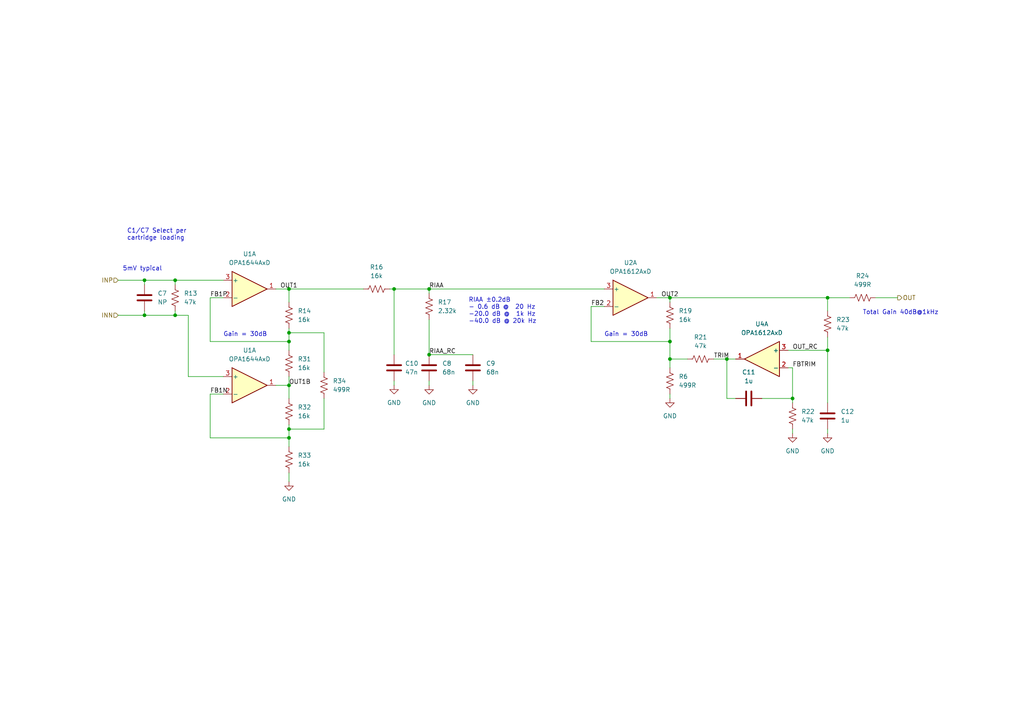
<source format=kicad_sch>
(kicad_sch (version 20211123) (generator eeschema)
  (paper "A4")
  (lib_symbols
    (symbol "Amplifier_Operational:OPA1612AxD" (pin_names (offset 0.127))
      (property "Reference" "U" (at 0 5.08 0))
      (property "Value" "OPA1612AxD" (at 0 -5.08 0))
      (symbol "OPA1612AxD_1_1"
        (polyline (pts (xy -5.08 5.08) (xy 5.08 0) (xy -5.08 -5.08) (xy -5.08 5.08)) (stroke (width 0.254)) (fill (type background)))
        (pin output line (at 7.62 0 180) (length 2.54) (name "~") (number "1"))
        (pin input line (at -7.62 -2.54 0) (length 2.54) (name "-") (number "2"))
        (pin input line (at -7.62 2.54 0) (length 2.54) (name "+") (number "3"))
      )
      (symbol "OPA1612AxD_2_1"
        (polyline (pts (xy -5.08 5.08) (xy 5.08 0) (xy -5.08 -5.08) (xy -5.08 5.08)) (stroke (width 0.254)) (fill (type background)))
        (pin input line (at -7.62 2.54 0) (length 2.54) (name "+") (number "5"))
        (pin input line (at -7.62 -2.54 0) (length 2.54) (name "-") (number "6"))
        (pin output line (at 7.62 0 180) (length 2.54) (name "~") (number "7"))
      )
      (symbol "OPA1612AxD_3_1"
        (pin power_in line (at -2.54 -7.62 90) (length 3.81) (name "V-") (number "4"))
        (pin power_in line (at -2.54 7.62 270) (length 3.81) (name "V+") (number "8"))
      )
    )
    (symbol "Device:C" (pin_numbers hide) (pin_names (offset 0.254))
      (property "Reference" "C" (at 0.635 2.54 0))
      (property "Value" "C" (at 0.635 -2.54 0))
      (symbol "C_0_1"
        (polyline (pts (xy -2.032 -0.762) (xy 2.032 -0.762)) (stroke (width 0.508)))
        (polyline (pts (xy -2.032 0.762) (xy 2.032 0.762)) (stroke (width 0.508)))
      )
      (symbol "C_1_1"
        (pin passive line (at 0 3.81 270) (length 2.794) (name "~") (number "1"))
        (pin passive line (at 0 -3.81 90) (length 2.794) (name "~") (number "2"))
      )
    )
    (symbol "Device:R_US" (pin_numbers hide) (pin_names (offset 0))
      (property "Reference" "R" (at 2.54 0 90))
      (property "Value" "R_US" (at -2.54 0 90))
      (symbol "R_US_0_1"
        (polyline (pts (xy 0 -2.286) (xy 0 -2.54)))
        (polyline (pts (xy 0 2.286) (xy 0 2.54)))
        (polyline (pts (xy 0 -0.762) (xy 1.016 -1.143) (xy 0 -1.524) (xy -1.016 -1.905) (xy 0 -2.286)))
        (polyline (pts (xy 0 0.762) (xy 1.016 0.381) (xy 0 0) (xy -1.016 -0.381) (xy 0 -0.762)))
        (polyline (pts (xy 0 2.286) (xy 1.016 1.905) (xy 0 1.524) (xy -1.016 1.143) (xy 0 0.762)))
      )
      (symbol "R_US_1_1"
        (pin passive line (at 0 3.81 270) (length 1.27) (name "~") (number "1"))
        (pin passive line (at 0 -3.81 90) (length 1.27) (name "~") (number "2"))
      )
    )
    (symbol "OPA_PHONO:OPA1644AxD" (pin_names (offset 0.127))
      (property "Reference" "U" (at 0 5.08 0))
      (property "Value" "OPA1644AxD" (at 0 -5.08 0))
      (symbol "OPA1644AxD_1_1"
        (polyline (pts (xy -5.08 5.08) (xy 5.08 0) (xy -5.08 -5.08) (xy -5.08 5.08)) (stroke (width 0.254)) (fill (type background)))
        (pin output line (at 7.62 0 180) (length 2.54) (name "~") (number "1"))
        (pin input line (at -7.62 -2.54 0) (length 2.54) (name "-") (number "2"))
        (pin input line (at -7.62 2.54 0) (length 2.54) (name "+") (number "3"))
      )
      (symbol "OPA1644AxD_2_1"
        (polyline (pts (xy -5.08 5.08) (xy 5.08 0) (xy -5.08 -5.08) (xy -5.08 5.08)) (stroke (width 0.254)) (fill (type background)))
        (pin input line (at -7.62 2.54 0) (length 2.54) (name "+") (number "5"))
        (pin input line (at -7.62 -2.54 0) (length 2.54) (name "-") (number "6"))
        (pin output line (at 7.62 0 180) (length 2.54) (name "~") (number "7"))
      )
      (symbol "OPA1644AxD_3_1"
        (polyline (pts (xy -5.08 5.08) (xy 5.08 0) (xy -5.08 -5.08) (xy -5.08 5.08)) (stroke (width 0.254)) (fill (type background)))
        (pin input line (at -7.62 2.54 0) (length 2.54) (name "+") (number "10"))
        (pin output line (at 7.62 0 180) (length 2.54) (name "~") (number "8"))
        (pin input line (at -7.62 -2.54 0) (length 2.54) (name "-") (number "9"))
      )
      (symbol "OPA1644AxD_4_1"
        (polyline (pts (xy -5.08 5.08) (xy 5.08 0) (xy -5.08 -5.08) (xy -5.08 5.08)) (stroke (width 0.254)) (fill (type background)))
        (pin input line (at -7.62 2.54 0) (length 2.54) (name "+") (number "12"))
        (pin input line (at -7.62 -2.54 0) (length 2.54) (name "-") (number "13"))
        (pin output line (at 7.62 0 180) (length 2.54) (name "~") (number "14"))
      )
      (symbol "OPA1644AxD_5_1"
        (pin power_in line (at -2.54 -7.62 90) (length 3.81) (name "V-") (number "11"))
        (pin power_in line (at -2.54 7.62 270) (length 3.81) (name "V+") (number "4"))
      )
    )
    (symbol "power:GND" (power) (pin_names (offset 0))
      (property "Value" "GND" (at 0 -3.81 0))
      (symbol "GND_0_1"
        (polyline (pts (xy 0 0) (xy 0 -1.27) (xy 1.27 -1.27) (xy 0 -2.54) (xy -1.27 -1.27) (xy 0 -1.27)))
      )
      (symbol "GND_1_1"
        (pin power_in line (at 0 0 270) (length 0) hide (name "GND") (number "1"))
      )
    )
  )
  (junction (at 124.46 102.87))
  (junction (at 50.8 91.44))
  (junction (at 83.82 127))
  (junction (at 83.82 124.46))
  (junction (at 50.8 81.28))
  (junction (at 114.3 83.82))
  (junction (at 83.82 111.76))
  (junction (at 83.82 96.52))
  (junction (at 41.91 81.28))
  (junction (at 41.91 91.44))
  (junction (at 240.03 86.36))
  (junction (at 194.31 99.06))
  (junction (at 229.87 115.57))
  (junction (at 83.82 99.06))
  (junction (at 83.82 83.82))
  (junction (at 210.82 104.14))
  (junction (at 194.31 104.14))
  (junction (at 194.31 86.36))
  (junction (at 124.46 83.82))
  (junction (at 240.03 101.6))
  (wire (pts (xy 240.03 97.79) (xy 240.03 101.6)))
  (wire (pts (xy 83.82 83.82) (xy 83.82 87.63)))
  (wire (pts (xy 64.77 81.28) (xy 50.8 81.28)))
  (wire (pts (xy 34.29 91.44) (xy 41.91 91.44)))
  (wire (pts (xy 194.31 86.36) (xy 194.31 87.63)))
  (wire (pts (xy 220.98 115.57) (xy 229.87 115.57)))
  (wire (pts (xy 50.8 81.28) (xy 50.8 82.55)))
  (wire (pts (xy 229.87 106.68) (xy 229.87 115.57)))
  (wire (pts (xy 137.16 110.49) (xy 137.16 111.76)))
  (wire (pts (xy 64.77 109.22) (xy 54.61 109.22)))
  (wire (pts (xy 60.96 99.06) (xy 60.96 86.36)))
  (wire (pts (xy 171.45 88.9) (xy 175.26 88.9)))
  (wire (pts (xy 228.6 101.6) (xy 240.03 101.6)))
  (wire (pts (xy 83.82 111.76) (xy 83.82 115.57)))
  (wire (pts (xy 41.91 81.28) (xy 41.91 82.55)))
  (wire (pts (xy 124.46 102.87) (xy 137.16 102.87)))
  (wire (pts (xy 229.87 125.73) (xy 229.87 124.46)))
  (wire (pts (xy 41.91 90.17) (xy 41.91 91.44)))
  (wire (pts (xy 83.82 99.06) (xy 83.82 96.52)))
  (wire (pts (xy 50.8 81.28) (xy 41.91 81.28)))
  (wire (pts (xy 80.01 83.82) (xy 83.82 83.82)))
  (wire (pts (xy 83.82 111.76) (xy 83.82 109.22)))
  (wire (pts (xy 83.82 127) (xy 60.96 127)))
  (wire (pts (xy 194.31 106.68) (xy 194.31 104.14)))
  (wire (pts (xy 114.3 83.82) (xy 113.03 83.82)))
  (wire (pts (xy 34.29 81.28) (xy 41.91 81.28)))
  (wire (pts (xy 83.82 139.7) (xy 83.82 137.16)))
  (wire (pts (xy 240.03 124.46) (xy 240.03 125.73)))
  (wire (pts (xy 194.31 104.14) (xy 194.31 99.06)))
  (wire (pts (xy 194.31 86.36) (xy 240.03 86.36)))
  (wire (pts (xy 83.82 127) (xy 83.82 124.46)))
  (wire (pts (xy 93.98 96.52) (xy 93.98 107.95)))
  (wire (pts (xy 83.82 101.6) (xy 83.82 99.06)))
  (wire (pts (xy 50.8 90.17) (xy 50.8 91.44)))
  (wire (pts (xy 171.45 88.9) (xy 171.45 99.06)))
  (wire (pts (xy 171.45 99.06) (xy 194.31 99.06)))
  (wire (pts (xy 210.82 104.14) (xy 213.36 104.14)))
  (wire (pts (xy 60.96 86.36) (xy 64.77 86.36)))
  (wire (pts (xy 194.31 115.57) (xy 194.31 114.3)))
  (wire (pts (xy 124.46 83.82) (xy 124.46 85.09)))
  (wire (pts (xy 124.46 92.71) (xy 124.46 102.87)))
  (wire (pts (xy 83.82 124.46) (xy 93.98 124.46)))
  (wire (pts (xy 240.03 86.36) (xy 246.38 86.36)))
  (wire (pts (xy 254 86.36) (xy 260.35 86.36)))
  (wire (pts (xy 83.82 124.46) (xy 83.82 123.19)))
  (wire (pts (xy 60.96 127) (xy 60.96 114.3)))
  (wire (pts (xy 93.98 115.57) (xy 93.98 124.46)))
  (wire (pts (xy 124.46 83.82) (xy 175.26 83.82)))
  (wire (pts (xy 190.5 86.36) (xy 194.31 86.36)))
  (wire (pts (xy 207.01 104.14) (xy 210.82 104.14)))
  (wire (pts (xy 229.87 115.57) (xy 229.87 116.84)))
  (wire (pts (xy 210.82 115.57) (xy 213.36 115.57)))
  (wire (pts (xy 229.87 106.68) (xy 228.6 106.68)))
  (wire (pts (xy 50.8 91.44) (xy 54.61 91.44)))
  (wire (pts (xy 83.82 96.52) (xy 93.98 96.52)))
  (wire (pts (xy 240.03 101.6) (xy 240.03 116.84)))
  (wire (pts (xy 41.91 91.44) (xy 50.8 91.44)))
  (wire (pts (xy 124.46 111.76) (xy 124.46 110.49)))
  (wire (pts (xy 124.46 83.82) (xy 114.3 83.82)))
  (wire (pts (xy 83.82 99.06) (xy 60.96 99.06)))
  (wire (pts (xy 54.61 91.44) (xy 54.61 109.22)))
  (wire (pts (xy 83.82 83.82) (xy 105.41 83.82)))
  (wire (pts (xy 83.82 96.52) (xy 83.82 95.25)))
  (wire (pts (xy 194.31 95.25) (xy 194.31 99.06)))
  (wire (pts (xy 114.3 110.49) (xy 114.3 111.7153)))
  (wire (pts (xy 210.82 115.57) (xy 210.82 104.14)))
  (wire (pts (xy 240.03 90.17) (xy 240.03 86.36)))
  (wire (pts (xy 83.82 129.54) (xy 83.82 127)))
  (wire (pts (xy 194.31 104.14) (xy 199.39 104.14)))
  (wire (pts (xy 114.3 83.82) (xy 114.3 102.87)))
  (wire (pts (xy 60.96 114.3) (xy 64.77 114.3)))
  (wire (pts (xy 80.01 111.76) (xy 83.82 111.76)))
  (text "5mV typical" (at 35.56 78.74 0) (effects (font (size 1.27 1.27)) (justify left bottom)))
  (text "Total Gain 40dB@1kHz" (at 250.19 91.44 0) (effects (font (size 1.27 1.27)) (justify left bottom)))
  (text "C1/C7 Select per\ncartridge loading" (at 36.83 69.85 0) (effects (font (size 1.27 1.27)) (justify left bottom)))
  (text "Gain = 30dB" (at 64.77 97.79 0) (effects (font (size 1.27 1.27)) (justify left bottom)))
  (text "Gain = 30dB" (at 175.26 97.79 0) (effects (font (size 1.27 1.27)) (justify left bottom)))
  (text "RIAA ±0.2dB\n- 0.6 dB @  20 Hz \n-20.0 dB @  1k Hz\n-40.0 dB @ 20k Hz\n" (at 135.89 93.98 0) (effects (font (size 1.27 1.27)) (justify left bottom)))
  (label "FBTRIM" (at 229.87 106.68 0))
  (label "OUT2" (at 191.77 86.36 0))
  (label "FB2" (at 171.45 88.9 0))
  (label "FB1N" (at 60.96 114.3 0))
  (label "RIAA_RC" (at 124.46 102.87 0))
  (label "OUT_RC" (at 229.87 101.6 0))
  (label "OUT1" (at 81.28 83.82 0))
  (label "TRIM" (at 207.01 104.14 0))
  (label "RIAA" (at 124.46 83.82 0))
  (label "OUT1B" (at 83.82 111.76 0))
  (label "FB1P" (at 60.96 86.36 0))
  (hierarchical_label "OUT" (shape output) (at 260.35 86.36 0))
  (hierarchical_label "INN" (shape input) (at 34.29 91.44 180))
  (hierarchical_label "INP" (shape input) (at 34.29 81.28 180))
  (symbol (lib_id "power:GND") (at 240.03 125.73 0)
    (property "Reference" "#PWR020" (effects hide))
    (property "Value" "GND" (at 240.03 130.81 0))
  )
  (symbol (lib_id "power:GND") (at 194.31 115.57 0)
    (property "Reference" "#PWR018" (effects hide))
    (property "Value" "GND" (at 194.31 120.65 0))
  )
  (symbol (lib_id "Amplifier_Operational:OPA1612AxD") (at 182.88 86.36 0)
    (property "Reference" "U2" (at 182.88 76.2 0))
    (property "Value" "OPA1612AxD" (at 182.88 78.74 0))
    (property "Footprint" "Package_SO:SOIC-8_3.9x4.9mm_P1.27mm" (effects hide))
    (property "Datasheet" "http://www.ti.com/lit/ds/symlink/opa1612.pdf" (effects hide))
    (property "Description" "IC AUDIO 2 CIRCUIT 8SOIC" (effects hide))
    (property "MPN" "OPA1612AID" (effects hide))
    (property "Manufacturer" "Texas Instruments" (effects hide))
  )
  (symbol (lib_id "Device:C") (at 240.03 120.65 0)
    (property "Reference" "C12" (at 243.84 119.3799 0) (effects (justify left)))
    (property "Value" "1u" (at 243.84 121.9199 0) (effects (justify left)))
    (property "Footprint" "Capacitor_SMD:C_0402_1005Metric" (effects hide))
    (property "Description" "CAP CER 1UF 25V X5R 0402" (effects hide))
    (property "MPN" "GRM155R61E105KA12D" (effects hide))
    (property "Manufacturer" "Murata Electronics" (effects hide))
    (property "Rating" "25V" (effects hide))
    (property "Size" "0402" (effects hide))
    (property "Tolerance" "X5R" (effects hide))
  )
  (symbol (lib_id "Device:R_US") (at 124.46 88.9 180)
    (property "Reference" "R17" (at 127 87.6299 0) (effects (justify right)))
    (property "Value" "2.32k" (at 127 90.1699 0) (effects (justify right)))
    (property "Footprint" "Resistor_SMD:R_0402_1005Metric" (effects hide))
    (property "Description" "RES SMD 2.32K OHM 1% 1/16W 0402" (effects hide))
    (property "MPN" "RT0402FRE072K32L" (effects hide))
    (property "Manufacturer" "YAGEO" (effects hide))
    (property "Size" "0402" (effects hide))
    (property "Tolerance" "1%" (effects hide))
  )
  (symbol (lib_id "Device:R_US") (at 50.8 86.36 180)
    (property "Reference" "R13" (at 53.34 85.0899 0) (effects (justify right)))
    (property "Value" "47k" (at 53.34 87.6299 0) (effects (justify right)))
    (property "Footprint" "Resistor_SMD:R_0402_1005Metric" (effects hide))
    (property "Description" "RES SMD 47K OHM 1% 1/16W 0402" (effects hide))
    (property "MPN" "RT0402FRE0747KL" (effects hide))
    (property "Manufacturer" "YAGEO" (effects hide))
    (property "Size" "0402" (effects hide))
    (property "Tolerance" "1%" (effects hide))
  )
  (symbol (lib_id "Device:C") (at 124.46 106.68 0)
    (property "Reference" "C8" (at 128.27 105.4099 0) (effects (justify left)))
    (property "Value" "68n" (at 128.27 107.9499 0) (effects (justify left)))
    (property "Footprint" "Capacitor_SMD:C_1210_3225Metric" (effects hide))
    (property "Description" "CAP FILM 0.068UF 2% 16VDC 1210" (effects hide))
    (property "MPN" "ECH-U1C683GX5" (effects hide))
    (property "Manufacturer" "Panasonic Electronic Components" (effects hide))
    (property "Rating" "16V" (effects hide))
    (property "Size" "1210" (effects hide))
    (property "Tolerance" "2%" (effects hide))
  )
  (symbol (lib_id "power:GND") (at 229.87 125.73 0)
    (property "Reference" "#PWR019" (effects hide))
    (property "Value" "GND" (at 229.87 130.81 0))
  )
  (symbol (lib_id "Amplifier_Operational:OPA1612AxD") (at 220.98 104.14 0) (mirror y)
    (property "Reference" "U4" (at 220.98 93.98 0))
    (property "Value" "OPA1612AxD" (at 220.98 96.52 0))
    (property "Footprint" "Package_SO:SOIC-8_3.9x4.9mm_P1.27mm" (effects hide))
    (property "Datasheet" "http://www.ti.com/lit/ds/symlink/opa1612.pdf" (effects hide))
    (property "Description" "IC AUDIO 2 CIRCUIT 8SOIC" (effects hide))
    (property "MPN" "OPA1612AID" (effects hide))
    (property "Manufacturer" "Texas Instruments" (effects hide))
  )
  (symbol (lib_id "Device:C") (at 114.3 106.68 0)
    (property "Reference" "C10" (at 117.475 105.4099 0) (effects (justify left)))
    (property "Value" "47n" (at 117.475 107.9499 0) (effects (justify left)))
    (property "Footprint" "Capacitor_SMD:C_1206_3216Metric" (effects hide))
    (property "Description" "CAP FILM 0.047UF 2% 16VDC 1206" (effects hide))
    (property "MPN" "ECH-U1C473GX5" (effects hide))
    (property "Manufacturer" "Panasonic Electronic Components" (effects hide))
    (property "Rating" "16V" (effects hide))
    (property "Size" "1206" (effects hide))
    (property "Tolerance" "2%" (effects hide))
  )
  (symbol (lib_id "Device:R_US") (at 194.31 91.44 0)
    (property "Reference" "R19" (at 196.85 90.1699 0) (effects (justify left)))
    (property "Value" "16k" (at 196.85 92.7099 0) (effects (justify left)))
    (property "Footprint" "Resistor_SMD:R_0402_1005Metric" (effects hide))
    (property "Description" "RES SMD 16K OHM 1% 1/16W 0402" (effects hide))
    (property "MPN" "RT0402FRE0716KL" (effects hide))
    (property "Manufacturer" "YAGEO" (effects hide))
    (property "Size" "0402" (effects hide))
    (property "Tolerance" "1%" (effects hide))
  )
  (symbol (lib_id "Device:R_US") (at 203.2 104.14 270)
    (property "Reference" "R21" (at 203.2 97.79 90))
    (property "Value" "47k" (at 203.2 100.33 90))
    (property "Footprint" "Resistor_SMD:R_0402_1005Metric" (effects hide))
    (property "Datasheet" "RC0402FR-07120KL" (effects hide))
    (property "Description" "RES SMD 47K OHM 1% 1/16W 0402" (effects hide))
    (property "MPN" "RT0402FRE0747KL" (effects hide))
    (property "Manufacturer" "YAGEO" (effects hide))
    (property "Size" "0402" (effects hide))
    (property "Tolerance" "1%" (effects hide))
  )
  (symbol (lib_id "Device:R_US") (at 93.98 111.76 180)
    (property "Reference" "R34" (at 96.52 110.4899 0) (effects (justify right)))
    (property "Value" "499R" (at 96.52 113.0299 0) (effects (justify right)))
    (property "Footprint" "Resistor_SMD:R_0402_1005Metric" (effects hide))
    (property "Description" "RES SMD 499R OHM 1% 1/16W 0402" (effects hide))
    (property "MPN" "RT0402FRE07499RL" (effects hide))
    (property "Manufacturer" "YAGEO" (effects hide))
    (property "Size" "0402" (effects hide))
    (property "Tolerance" "1%" (effects hide))
  )
  (symbol (lib_id "Device:C") (at 41.91 86.36 0) (in_bom no)
    (property "Reference" "C7" (at 45.72 85.0899 0) (effects (justify left)))
    (property "Value" "NP" (at 45.72 87.6299 0) (effects (justify left)))
    (property "Footprint" "Capacitor_SMD:C_0402_1005Metric" (effects hide))
    (property "Size" "0402" (effects hide))
  )
  (symbol (lib_id "Device:C") (at 217.17 115.57 90)
    (property "Reference" "C11" (at 217.17 107.95 90))
    (property "Value" "1u" (at 217.17 110.49 90))
    (property "Footprint" "Capacitor_SMD:C_0402_1005Metric" (effects hide))
    (property "Description" "CAP CER 1UF 25V X5R 0402" (effects hide))
    (property "MPN" "GRM155R61E105KA12D" (effects hide))
    (property "Manufacturer" "Murata Electronics" (effects hide))
    (property "Rating" "25V" (effects hide))
    (property "Size" "0402" (effects hide))
    (property "Tolerance" "X5R" (effects hide))
  )
  (symbol (lib_id "power:GND") (at 137.16 111.76 0)
    (property "Reference" "#PWR016" (effects hide))
    (property "Value" "GND" (at 137.16 116.84 0))
  )
  (symbol (lib_id "OPA_PHONO:OPA1644AxD") (at 72.39 83.82 0)
    (property "Reference" "U1" (at 72.39 73.66 0))
    (property "Value" "OPA1644AxD" (at 72.39 76.2 0))
    (property "Footprint" "Package_SO:SOIC-14_3.9x8.7mm_P1.27mm" (effects hide))
    (property "Datasheet" "https://www.ti.com/lit/ds/symlink/opa1642.pdf" (effects hide))
    (property "Description" "IC AUDIO 4 CIRCUIT 14SOIC" (effects hide))
    (property "MPN" "OPA1644AID" (effects hide))
    (property "Manufacturer" "Texas Instruments" (effects hide))
  )
  (symbol (lib_id "Device:R_US") (at 83.82 105.41 0)
    (property "Reference" "R31" (at 86.36 104.1399 0) (effects (justify left)))
    (property "Value" "16k" (at 86.36 106.6799 0) (effects (justify left)))
    (property "Footprint" "Resistor_SMD:R_0402_1005Metric" (effects hide))
    (property "Description" "RES SMD 16K OHM 1% 1/16W 0402" (effects hide))
    (property "MPN" "RT0402FRE0716KL" (effects hide))
    (property "Manufacturer" "YAGEO" (effects hide))
    (property "Size" "0402" (effects hide))
    (property "Tolerance" "1%" (effects hide))
  )
  (symbol (lib_id "Device:R_US") (at 83.82 133.35 0)
    (property "Reference" "R33" (at 86.36 132.0799 0) (effects (justify left)))
    (property "Value" "16k" (at 86.36 134.6199 0) (effects (justify left)))
    (property "Footprint" "Resistor_SMD:R_0402_1005Metric" (effects hide))
    (property "Description" "RES SMD 16K OHM 1% 1/16W 0402" (effects hide))
    (property "MPN" "RT0402FRE0716KL" (effects hide))
    (property "Manufacturer" "YAGEO" (effects hide))
    (property "Size" "0402" (effects hide))
    (property "Tolerance" "1%" (effects hide))
  )
  (symbol (lib_id "Device:R_US") (at 229.87 120.65 180)
    (property "Reference" "R22" (at 232.41 119.3799 0) (effects (justify right)))
    (property "Value" "47k" (at 232.41 121.9199 0) (effects (justify right)))
    (property "Footprint" "Resistor_SMD:R_0402_1005Metric" (effects hide))
    (property "Datasheet" "RC0402FR-07120KL" (effects hide))
    (property "Description" "RES SMD 47K OHM 1% 1/16W 0402" (effects hide))
    (property "MPN" "RT0402FRE0747KL" (effects hide))
    (property "Manufacturer" "YAGEO" (effects hide))
    (property "Size" "0402" (effects hide))
    (property "Tolerance" "1%" (effects hide))
  )
  (symbol (lib_id "Device:R_US") (at 240.03 93.98 0)
    (property "Reference" "R23" (at 242.57 92.7099 0) (effects (justify left)))
    (property "Value" "47k" (at 242.57 95.2499 0) (effects (justify left)))
    (property "Footprint" "Resistor_SMD:R_0402_1005Metric" (effects hide))
    (property "Datasheet" "RC0402FR-07120KL" (effects hide))
    (property "Description" "RES SMD 47K OHM 1% 1/16W 0402" (effects hide))
    (property "MPN" "RT0402FRE0747KL" (effects hide))
    (property "Manufacturer" "YAGEO" (effects hide))
    (property "Size" "0402" (effects hide))
    (property "Tolerance" "1%" (effects hide))
  )
  (symbol (lib_id "Device:R_US") (at 83.82 91.44 0)
    (property "Reference" "R14" (at 86.36 90.1699 0) (effects (justify left)))
    (property "Value" "16k" (at 86.36 92.7099 0) (effects (justify left)))
    (property "Footprint" "Resistor_SMD:R_0402_1005Metric" (effects hide))
    (property "Description" "RES SMD 16K OHM 1% 1/16W 0402" (effects hide))
    (property "MPN" "RT0402FRE0716KL" (effects hide))
    (property "Manufacturer" "YAGEO" (effects hide))
    (property "Size" "0402" (effects hide))
    (property "Tolerance" "1%" (effects hide))
  )
  (symbol (lib_id "Device:R_US") (at 194.31 110.49 180)
    (property "Reference" "R6" (at 196.85 109.2199 0) (effects (justify right)))
    (property "Value" "499R" (at 196.85 111.7599 0) (effects (justify right)))
    (property "Footprint" "Resistor_SMD:R_0402_1005Metric" (effects hide))
    (property "Description" "RES SMD 499R OHM 1% 1/16W 0402" (effects hide))
    (property "MPN" "RT0402FRE07499RL" (effects hide))
    (property "Manufacturer" "YAGEO" (effects hide))
    (property "Size" "0402" (effects hide))
    (property "Tolerance" "1%" (effects hide))
  )
  (symbol (lib_id "Device:R_US") (at 83.82 119.38 0)
    (property "Reference" "R32" (at 86.36 118.1099 0) (effects (justify left)))
    (property "Value" "16k" (at 86.36 120.6499 0) (effects (justify left)))
    (property "Footprint" "Resistor_SMD:R_0402_1005Metric" (effects hide))
    (property "Description" "RES SMD 16K OHM 1% 1/16W 0402" (effects hide))
    (property "MPN" "RT0402FRE0716KL" (effects hide))
    (property "Manufacturer" "YAGEO" (effects hide))
    (property "Size" "0402" (effects hide))
    (property "Tolerance" "1%" (effects hide))
  )
  (symbol (lib_id "power:GND") (at 124.46 111.76 0)
    (property "Reference" "#PWR015" (effects hide))
    (property "Value" "GND" (at 124.46 116.84 0))
  )
  (symbol (lib_id "power:GND") (at 83.82 139.7 0)
    (property "Reference" "#PWR05" (effects hide))
    (property "Value" "GND" (at 83.82 144.78 0))
  )
  (symbol (lib_id "Device:R_US") (at 109.22 83.82 270)
    (property "Reference" "R16" (at 109.22 77.47 90))
    (property "Value" "16k" (at 109.22 80.01 90))
    (property "Footprint" "Resistor_SMD:R_0402_1005Metric" (effects hide))
    (property "Description" "RES SMD 16K OHM 1% 1/16W 0402" (effects hide))
    (property "MPN" "RT0402FRE0716KL" (effects hide))
    (property "Manufacturer" "YAGEO" (effects hide))
    (property "Size" "0402" (effects hide))
    (property "Tolerance" "1%" (effects hide))
  )
  (symbol (lib_id "Device:C") (at 137.16 106.68 0)
    (property "Reference" "C9" (at 140.97 105.4099 0) (effects (justify left)))
    (property "Value" "68n" (at 140.97 107.9499 0) (effects (justify left)))
    (property "Footprint" "Capacitor_SMD:C_1210_3225Metric" (effects hide))
    (property "Description" "CAP FILM 0.068UF 2% 16VDC 1210" (effects hide))
    (property "MPN" "ECH-U1C683GX5" (effects hide))
    (property "Manufacturer" "Panasonic Electronic Components" (effects hide))
    (property "Rating" "16V" (effects hide))
    (property "Size" "1210" (effects hide))
    (property "Tolerance" "2%" (effects hide))
  )
  (symbol (lib_id "power:GND") (at 114.3 111.7153 0)
    (property "Reference" "#PWR017" (effects hide))
    (property "Value" "GND" (at 114.3 116.7953 0))
  )
  (symbol (lib_id "OPA_PHONO:OPA1644AxD") (at 72.39 111.76 0)
    (property "Reference" "U1" (at 72.39 101.6 0))
    (property "Value" "OPA1644AxD" (at 72.39 104.14 0))
    (property "Footprint" "Package_SO:SOIC-14_3.9x8.7mm_P1.27mm" (effects hide))
    (property "Datasheet" "https://www.ti.com/lit/ds/symlink/opa1642.pdf" (effects hide))
    (property "Description" "IC AUDIO 4 CIRCUIT 14SOIC" (effects hide))
    (property "MPN" "OPA1644AID" (effects hide))
    (property "Manufacturer" "Texas Instruments" (effects hide))
  )
  (symbol (lib_id "Device:R_US") (at 250.19 86.36 90)
    (property "Reference" "R24" (at 250.19 80.01 90))
    (property "Value" "499R" (at 250.19 82.55 90))
    (property "Footprint" "Resistor_SMD:R_0402_1005Metric" (effects hide))
    (property "Description" "RES SMD 499R OHM 1% 1/16W 0402" (effects hide))
    (property "MPN" "RT0402FRE07499RL" (effects hide))
    (property "Manufacturer" "YAGEO" (effects hide))
    (property "Size" "0402" (effects hide))
    (property "Tolerance" "1%" (effects hide))
  )
)
</source>
